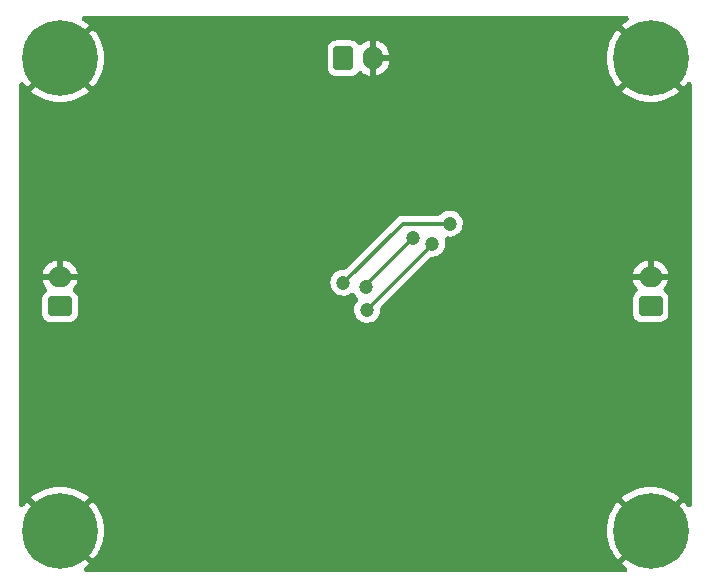
<source format=gbr>
%TF.GenerationSoftware,KiCad,Pcbnew,(6.0.11)*%
%TF.CreationDate,2023-02-16T17:23:01+01:00*%
%TF.ProjectId,microProc,6d696372-6f50-4726-9f63-2e6b69636164,rev?*%
%TF.SameCoordinates,Original*%
%TF.FileFunction,Copper,L2,Bot*%
%TF.FilePolarity,Positive*%
%FSLAX46Y46*%
G04 Gerber Fmt 4.6, Leading zero omitted, Abs format (unit mm)*
G04 Created by KiCad (PCBNEW (6.0.11)) date 2023-02-16 17:23:01*
%MOMM*%
%LPD*%
G01*
G04 APERTURE LIST*
G04 Aperture macros list*
%AMRoundRect*
0 Rectangle with rounded corners*
0 $1 Rounding radius*
0 $2 $3 $4 $5 $6 $7 $8 $9 X,Y pos of 4 corners*
0 Add a 4 corners polygon primitive as box body*
4,1,4,$2,$3,$4,$5,$6,$7,$8,$9,$2,$3,0*
0 Add four circle primitives for the rounded corners*
1,1,$1+$1,$2,$3*
1,1,$1+$1,$4,$5*
1,1,$1+$1,$6,$7*
1,1,$1+$1,$8,$9*
0 Add four rect primitives between the rounded corners*
20,1,$1+$1,$2,$3,$4,$5,0*
20,1,$1+$1,$4,$5,$6,$7,0*
20,1,$1+$1,$6,$7,$8,$9,0*
20,1,$1+$1,$8,$9,$2,$3,0*%
G04 Aperture macros list end*
%TA.AperFunction,ComponentPad*%
%ADD10C,6.400000*%
%TD*%
%TA.AperFunction,ComponentPad*%
%ADD11RoundRect,0.250000X0.750000X-0.600000X0.750000X0.600000X-0.750000X0.600000X-0.750000X-0.600000X0*%
%TD*%
%TA.AperFunction,ComponentPad*%
%ADD12O,2.000000X1.700000*%
%TD*%
%TA.AperFunction,ComponentPad*%
%ADD13RoundRect,0.250000X-0.600000X-0.750000X0.600000X-0.750000X0.600000X0.750000X-0.600000X0.750000X0*%
%TD*%
%TA.AperFunction,ComponentPad*%
%ADD14O,1.700000X2.000000*%
%TD*%
%TA.AperFunction,ViaPad*%
%ADD15C,1.200000*%
%TD*%
%TA.AperFunction,Conductor*%
%ADD16C,0.300000*%
%TD*%
G04 APERTURE END LIST*
D10*
%TO.P,H4,1,1*%
%TO.N,GND*%
X107000000Y-95000000D03*
%TD*%
%TO.P,H3,1,1*%
%TO.N,GND*%
X157000000Y-95000000D03*
%TD*%
%TO.P,H2,1,1*%
%TO.N,GND*%
X157000000Y-55000000D03*
%TD*%
%TO.P,H1,1,1*%
%TO.N,GND*%
X107000000Y-55000000D03*
%TD*%
D11*
%TO.P,J3,1,Pin_1*%
%TO.N,DAC_OUT*%
X157000000Y-76000000D03*
D12*
%TO.P,J3,2,Pin_2*%
%TO.N,GND*%
X157000000Y-73500000D03*
%TD*%
D11*
%TO.P,J2,1,Pin_1*%
%TO.N,ADC_IN1*%
X107000000Y-76000000D03*
D12*
%TO.P,J2,2,Pin_2*%
%TO.N,GND*%
X107000000Y-73500000D03*
%TD*%
D13*
%TO.P,J1,1,Pin_1*%
%TO.N,+5V*%
X131000000Y-55000000D03*
D14*
%TO.P,J1,2,Pin_2*%
%TO.N,GND*%
X133500000Y-55000000D03*
%TD*%
D15*
%TO.N,GND*%
X138450000Y-88850000D03*
X133500000Y-60000000D03*
X123000000Y-56500000D03*
X115000000Y-55000000D03*
X118500000Y-79000000D03*
X127500000Y-79500000D03*
X136500000Y-79500000D03*
X134000000Y-81500000D03*
X135500000Y-83000000D03*
X142000000Y-75000000D03*
X139000000Y-75000000D03*
X127000000Y-82000000D03*
X110000000Y-70000000D03*
X110000000Y-80000000D03*
X150000000Y-95000000D03*
X145000000Y-90000000D03*
X150000000Y-55000000D03*
X155000000Y-61000000D03*
X135000000Y-68000000D03*
X137000000Y-63000000D03*
X140000000Y-60000000D03*
X124000000Y-67000000D03*
X130000000Y-63000000D03*
X145000000Y-55000000D03*
X140000000Y-55000000D03*
X130000000Y-60000000D03*
X115000000Y-60000000D03*
X110000000Y-65000000D03*
X115000000Y-65000000D03*
X115000000Y-70000000D03*
X115000000Y-75000000D03*
X145000000Y-80000000D03*
X150000000Y-75000000D03*
X150000000Y-70000000D03*
X155000000Y-70000000D03*
X155000000Y-65000000D03*
X150000000Y-90000000D03*
X150000000Y-85000000D03*
X155000000Y-85000000D03*
X125000000Y-90000000D03*
X120000000Y-90000000D03*
X115000000Y-90000000D03*
X110000000Y-90000000D03*
X110000000Y-85000000D03*
X115000000Y-85000000D03*
X120000000Y-85000000D03*
X125000000Y-85000000D03*
X142400000Y-84300000D03*
X125900000Y-72800000D03*
X120000000Y-66800000D03*
X141300000Y-70700000D03*
X140200000Y-67000000D03*
%TO.N,NRST*%
X140000000Y-69000000D03*
X131000000Y-74000000D03*
%TO.N,USART2_RX*%
X132900000Y-74400000D03*
X136900000Y-70200000D03*
%TO.N,USART2_TX*%
X138500000Y-70700000D03*
X133000000Y-76300000D03*
%TD*%
D16*
%TO.N,NRST*%
X136000000Y-69000000D02*
X131000000Y-74000000D01*
X140000000Y-69000000D02*
X136000000Y-69000000D01*
%TO.N,USART2_RX*%
X132900000Y-74200000D02*
X136900000Y-70200000D01*
X132900000Y-74400000D02*
X132900000Y-74200000D01*
%TO.N,USART2_TX*%
X133000000Y-76300000D02*
X138500000Y-70800000D01*
X138500000Y-70800000D02*
X138500000Y-70700000D01*
%TD*%
%TA.AperFunction,Conductor*%
%TO.N,GND*%
G36*
X154993313Y-51416811D02*
G01*
X155074095Y-51470787D01*
X155128071Y-51551569D01*
X155147025Y-51646857D01*
X155128071Y-51742145D01*
X155074095Y-51822927D01*
X155033640Y-51855686D01*
X154822972Y-51992495D01*
X154812431Y-52000154D01*
X154581147Y-52187444D01*
X154567811Y-52203479D01*
X154573497Y-52214287D01*
X159779781Y-57420571D01*
X159797122Y-57432158D01*
X159807276Y-57425373D01*
X159999846Y-57187569D01*
X160007505Y-57177028D01*
X160041671Y-57124417D01*
X160109465Y-57054824D01*
X160198730Y-57016473D01*
X160295877Y-57015202D01*
X160386115Y-57051203D01*
X160455708Y-57118997D01*
X160494059Y-57208262D01*
X160499500Y-57260031D01*
X160499499Y-75004086D01*
X160499499Y-92739967D01*
X160480545Y-92835255D01*
X160426569Y-92916037D01*
X160345787Y-92970013D01*
X160250499Y-92988967D01*
X160155211Y-92970013D01*
X160074429Y-92916037D01*
X160041670Y-92875582D01*
X160007505Y-92822972D01*
X159999846Y-92812431D01*
X159812556Y-92581147D01*
X159796521Y-92567811D01*
X159785713Y-92573497D01*
X154579429Y-97779781D01*
X154567842Y-97797122D01*
X154574627Y-97807276D01*
X154812431Y-97999846D01*
X154822972Y-98007505D01*
X154913445Y-98066259D01*
X154983038Y-98134053D01*
X155021389Y-98223318D01*
X155022660Y-98320465D01*
X154986659Y-98410703D01*
X154918865Y-98480296D01*
X154829600Y-98518647D01*
X154777706Y-98524088D01*
X118770954Y-98505558D01*
X109258115Y-98500662D01*
X109162836Y-98481659D01*
X109082083Y-98427641D01*
X109028148Y-98346832D01*
X109009243Y-98251534D01*
X109028246Y-98156255D01*
X109082264Y-98075502D01*
X109122627Y-98042834D01*
X109177023Y-98007508D01*
X109187569Y-97999846D01*
X109418853Y-97812556D01*
X109432189Y-97796521D01*
X109426503Y-97785713D01*
X106640790Y-95000000D01*
X107364964Y-95000000D01*
X107376551Y-95017341D01*
X109779781Y-97420571D01*
X109797122Y-97432158D01*
X109807276Y-97425373D01*
X109999846Y-97187569D01*
X110007505Y-97177028D01*
X110212077Y-96862014D01*
X110218591Y-96850730D01*
X110389116Y-96516058D01*
X110394410Y-96504168D01*
X110529024Y-96153487D01*
X110533044Y-96141112D01*
X110630257Y-95778310D01*
X110632972Y-95765538D01*
X110691728Y-95394562D01*
X110693089Y-95381619D01*
X110712748Y-95006507D01*
X153287252Y-95006507D01*
X153306911Y-95381619D01*
X153308272Y-95394562D01*
X153367028Y-95765538D01*
X153369743Y-95778310D01*
X153466956Y-96141112D01*
X153470976Y-96153487D01*
X153605590Y-96504168D01*
X153610884Y-96516058D01*
X153781409Y-96850730D01*
X153787923Y-96862014D01*
X153992495Y-97177028D01*
X154000154Y-97187569D01*
X154187444Y-97418853D01*
X154203479Y-97432189D01*
X154214287Y-97426503D01*
X156623449Y-95017341D01*
X156635036Y-95000000D01*
X156623449Y-94982659D01*
X154220219Y-92579429D01*
X154202878Y-92567842D01*
X154192724Y-92574627D01*
X154000154Y-92812431D01*
X153992495Y-92822972D01*
X153787923Y-93137986D01*
X153781409Y-93149270D01*
X153610884Y-93483942D01*
X153605590Y-93495832D01*
X153470976Y-93846513D01*
X153466956Y-93858888D01*
X153369743Y-94221690D01*
X153367028Y-94234462D01*
X153308272Y-94605438D01*
X153306911Y-94618381D01*
X153287252Y-94993493D01*
X153287252Y-95006507D01*
X110712748Y-95006507D01*
X110712748Y-94993493D01*
X110693089Y-94618381D01*
X110691728Y-94605438D01*
X110632972Y-94234462D01*
X110630257Y-94221690D01*
X110533044Y-93858888D01*
X110529024Y-93846513D01*
X110394410Y-93495832D01*
X110389116Y-93483942D01*
X110218591Y-93149270D01*
X110212077Y-93137986D01*
X110007505Y-92822972D01*
X109999846Y-92812431D01*
X109812556Y-92581147D01*
X109796521Y-92567811D01*
X109785713Y-92573497D01*
X107376551Y-94982659D01*
X107364964Y-95000000D01*
X106640790Y-95000000D01*
X104220219Y-92579429D01*
X104202878Y-92567842D01*
X104192724Y-92574627D01*
X104000154Y-92812431D01*
X103992495Y-92822972D01*
X103958329Y-92875583D01*
X103890535Y-92945176D01*
X103801270Y-92983527D01*
X103704123Y-92984798D01*
X103613885Y-92948797D01*
X103544292Y-92881003D01*
X103505941Y-92791738D01*
X103500500Y-92739968D01*
X103500500Y-92203479D01*
X104567811Y-92203479D01*
X104573497Y-92214287D01*
X106982659Y-94623449D01*
X107000000Y-94635036D01*
X107017341Y-94623449D01*
X109420571Y-92220219D01*
X109431756Y-92203479D01*
X154567811Y-92203479D01*
X154573497Y-92214287D01*
X156982659Y-94623449D01*
X157000000Y-94635036D01*
X157017341Y-94623449D01*
X159420571Y-92220219D01*
X159432158Y-92202878D01*
X159425373Y-92192724D01*
X159187569Y-92000154D01*
X159177028Y-91992495D01*
X158862012Y-91787921D01*
X158850742Y-91781414D01*
X158516053Y-91610881D01*
X158504165Y-91605589D01*
X158153487Y-91470976D01*
X158141112Y-91466956D01*
X157778310Y-91369743D01*
X157765538Y-91367028D01*
X157394562Y-91308272D01*
X157381619Y-91306911D01*
X157006507Y-91287252D01*
X156993493Y-91287252D01*
X156618381Y-91306911D01*
X156605438Y-91308272D01*
X156234462Y-91367028D01*
X156221690Y-91369743D01*
X155858888Y-91466956D01*
X155846513Y-91470976D01*
X155495832Y-91605590D01*
X155483942Y-91610884D01*
X155149270Y-91781409D01*
X155137986Y-91787923D01*
X154822972Y-91992495D01*
X154812431Y-92000154D01*
X154581147Y-92187444D01*
X154567811Y-92203479D01*
X109431756Y-92203479D01*
X109432158Y-92202878D01*
X109425373Y-92192724D01*
X109187569Y-92000154D01*
X109177028Y-91992495D01*
X108862012Y-91787921D01*
X108850742Y-91781414D01*
X108516053Y-91610881D01*
X108504165Y-91605589D01*
X108153487Y-91470976D01*
X108141112Y-91466956D01*
X107778310Y-91369743D01*
X107765538Y-91367028D01*
X107394562Y-91308272D01*
X107381619Y-91306911D01*
X107006507Y-91287252D01*
X106993493Y-91287252D01*
X106618381Y-91306911D01*
X106605438Y-91308272D01*
X106234462Y-91367028D01*
X106221690Y-91369743D01*
X105858888Y-91466956D01*
X105846513Y-91470976D01*
X105495832Y-91605590D01*
X105483942Y-91610884D01*
X105149270Y-91781409D01*
X105137986Y-91787923D01*
X104822972Y-91992495D01*
X104812431Y-92000154D01*
X104581147Y-92187444D01*
X104567811Y-92203479D01*
X103500500Y-92203479D01*
X103500500Y-76649866D01*
X105499500Y-76649866D01*
X105500164Y-76656262D01*
X105500164Y-76656269D01*
X105508719Y-76738718D01*
X105510359Y-76754519D01*
X105514667Y-76767432D01*
X105514668Y-76767436D01*
X105560762Y-76905597D01*
X105565744Y-76920529D01*
X105573354Y-76932826D01*
X105573355Y-76932829D01*
X105620159Y-77008463D01*
X105657834Y-77069345D01*
X105668070Y-77079563D01*
X105753907Y-77165250D01*
X105781689Y-77192984D01*
X105794003Y-77200574D01*
X105794005Y-77200576D01*
X105908713Y-77271282D01*
X105930666Y-77284814D01*
X106005585Y-77309664D01*
X106083864Y-77335629D01*
X106083868Y-77335630D01*
X106096772Y-77339910D01*
X106110300Y-77341296D01*
X106193815Y-77349853D01*
X106193823Y-77349853D01*
X106200134Y-77350500D01*
X107799866Y-77350500D01*
X107806262Y-77349836D01*
X107806269Y-77349836D01*
X107890971Y-77341047D01*
X107890973Y-77341047D01*
X107904519Y-77339641D01*
X107917432Y-77335333D01*
X107917436Y-77335332D01*
X108056810Y-77288833D01*
X108070529Y-77284256D01*
X108082826Y-77276646D01*
X108082829Y-77276645D01*
X108200971Y-77203536D01*
X108219345Y-77192166D01*
X108342984Y-77068311D01*
X108434814Y-76919334D01*
X108461815Y-76837931D01*
X108485629Y-76766136D01*
X108485630Y-76766132D01*
X108489910Y-76753228D01*
X108500500Y-76649866D01*
X108500500Y-75350134D01*
X108489641Y-75245481D01*
X108481418Y-75220831D01*
X108438833Y-75093190D01*
X108434256Y-75079471D01*
X108416714Y-75051122D01*
X108349776Y-74942953D01*
X108342166Y-74930655D01*
X108218311Y-74807016D01*
X108205995Y-74799424D01*
X108194644Y-74790460D01*
X108195501Y-74789374D01*
X108135779Y-74733874D01*
X108095338Y-74645536D01*
X108091781Y-74548446D01*
X108125649Y-74457385D01*
X108156833Y-74418877D01*
X108156142Y-74418266D01*
X108177058Y-74394625D01*
X108302033Y-74226652D01*
X108313106Y-74208794D01*
X108407996Y-74022159D01*
X108415901Y-74002691D01*
X108425720Y-73971069D01*
X129895164Y-73971069D01*
X129908392Y-74172894D01*
X129958178Y-74368928D01*
X130042856Y-74552607D01*
X130049442Y-74561926D01*
X130152634Y-74707940D01*
X130159588Y-74717780D01*
X130304466Y-74858913D01*
X130313945Y-74865246D01*
X130313949Y-74865250D01*
X130411835Y-74930655D01*
X130472637Y-74971282D01*
X130483119Y-74975786D01*
X130483122Y-74975787D01*
X130570518Y-75013335D01*
X130658470Y-75051122D01*
X130762572Y-75074678D01*
X130844602Y-75093240D01*
X130844605Y-75093240D01*
X130855740Y-75095760D01*
X130956791Y-75099730D01*
X131046431Y-75103252D01*
X131046434Y-75103252D01*
X131057842Y-75103700D01*
X131258007Y-75074678D01*
X131353769Y-75042171D01*
X131438718Y-75013335D01*
X131438722Y-75013333D01*
X131449531Y-75009664D01*
X131459489Y-75004087D01*
X131459492Y-75004086D01*
X131616044Y-74916413D01*
X131626001Y-74910837D01*
X131626562Y-74911839D01*
X131705523Y-74877915D01*
X131802670Y-74876644D01*
X131892908Y-74912646D01*
X131960636Y-74977766D01*
X132052999Y-75108458D01*
X132053004Y-75108464D01*
X132059588Y-75117780D01*
X132165375Y-75220833D01*
X132220403Y-75300898D01*
X132240604Y-75395930D01*
X132222899Y-75491459D01*
X132187169Y-75553345D01*
X132080157Y-75689090D01*
X132080153Y-75689097D01*
X132073089Y-75698057D01*
X131978914Y-75877053D01*
X131918937Y-76070213D01*
X131917595Y-76081555D01*
X131898060Y-76246605D01*
X131895164Y-76271069D01*
X131908392Y-76472894D01*
X131911202Y-76483958D01*
X131954942Y-76656185D01*
X131958178Y-76668928D01*
X132042856Y-76852607D01*
X132049442Y-76861926D01*
X132098721Y-76931654D01*
X132159588Y-77017780D01*
X132167760Y-77025740D01*
X132167761Y-77025742D01*
X132223010Y-77079563D01*
X132304466Y-77158913D01*
X132313945Y-77165246D01*
X132313949Y-77165250D01*
X132382175Y-77210837D01*
X132472637Y-77271282D01*
X132483119Y-77275786D01*
X132483122Y-77275787D01*
X132570518Y-77313335D01*
X132658470Y-77351122D01*
X132762572Y-77374678D01*
X132844602Y-77393240D01*
X132844605Y-77393240D01*
X132855740Y-77395760D01*
X132956791Y-77399730D01*
X133046431Y-77403252D01*
X133046434Y-77403252D01*
X133057842Y-77403700D01*
X133258007Y-77374678D01*
X133373916Y-77335332D01*
X133438718Y-77313335D01*
X133438722Y-77313333D01*
X133449531Y-77309664D01*
X133459489Y-77304087D01*
X133459492Y-77304086D01*
X133616040Y-77216416D01*
X133616045Y-77216413D01*
X133626001Y-77210837D01*
X133634777Y-77203538D01*
X133634780Y-77203536D01*
X133772723Y-77088809D01*
X133781505Y-77081505D01*
X133910837Y-76926001D01*
X133916413Y-76916045D01*
X133916416Y-76916040D01*
X134004086Y-76759492D01*
X134004087Y-76759489D01*
X134009664Y-76749531D01*
X134033507Y-76679294D01*
X134043496Y-76649866D01*
X155499500Y-76649866D01*
X155500164Y-76656262D01*
X155500164Y-76656269D01*
X155508719Y-76738718D01*
X155510359Y-76754519D01*
X155514667Y-76767432D01*
X155514668Y-76767436D01*
X155560762Y-76905597D01*
X155565744Y-76920529D01*
X155573354Y-76932826D01*
X155573355Y-76932829D01*
X155620159Y-77008463D01*
X155657834Y-77069345D01*
X155668070Y-77079563D01*
X155753907Y-77165250D01*
X155781689Y-77192984D01*
X155794003Y-77200574D01*
X155794005Y-77200576D01*
X155908713Y-77271282D01*
X155930666Y-77284814D01*
X156005585Y-77309664D01*
X156083864Y-77335629D01*
X156083868Y-77335630D01*
X156096772Y-77339910D01*
X156110300Y-77341296D01*
X156193815Y-77349853D01*
X156193823Y-77349853D01*
X156200134Y-77350500D01*
X157799866Y-77350500D01*
X157806262Y-77349836D01*
X157806269Y-77349836D01*
X157890971Y-77341047D01*
X157890973Y-77341047D01*
X157904519Y-77339641D01*
X157917432Y-77335333D01*
X157917436Y-77335332D01*
X158056810Y-77288833D01*
X158070529Y-77284256D01*
X158082826Y-77276646D01*
X158082829Y-77276645D01*
X158200971Y-77203536D01*
X158219345Y-77192166D01*
X158342984Y-77068311D01*
X158434814Y-76919334D01*
X158461815Y-76837931D01*
X158485629Y-76766136D01*
X158485630Y-76766132D01*
X158489910Y-76753228D01*
X158500500Y-76649866D01*
X158500500Y-75350134D01*
X158489641Y-75245481D01*
X158481418Y-75220831D01*
X158438833Y-75093190D01*
X158434256Y-75079471D01*
X158416714Y-75051122D01*
X158349776Y-74942953D01*
X158342166Y-74930655D01*
X158218311Y-74807016D01*
X158205995Y-74799424D01*
X158194644Y-74790460D01*
X158195501Y-74789374D01*
X158135779Y-74733874D01*
X158095338Y-74645536D01*
X158091781Y-74548446D01*
X158125649Y-74457385D01*
X158156833Y-74418877D01*
X158156142Y-74418266D01*
X158177058Y-74394625D01*
X158302033Y-74226652D01*
X158313106Y-74208794D01*
X158407996Y-74022159D01*
X158415901Y-74002691D01*
X158477991Y-73802731D01*
X158482501Y-73782216D01*
X158483019Y-73778312D01*
X158481673Y-73757499D01*
X158471393Y-73754000D01*
X155540220Y-73754000D01*
X155519762Y-73758069D01*
X155518244Y-73765701D01*
X155518338Y-73766608D01*
X155542408Y-73881325D01*
X155548450Y-73901461D01*
X155625352Y-74096192D01*
X155634693Y-74115009D01*
X155743312Y-74294006D01*
X155755695Y-74310988D01*
X155853173Y-74423321D01*
X155901310Y-74507713D01*
X155913486Y-74604102D01*
X155887850Y-74697814D01*
X155828303Y-74774581D01*
X155796142Y-74798250D01*
X155792954Y-74800223D01*
X155780655Y-74807834D01*
X155657016Y-74931689D01*
X155649426Y-74944003D01*
X155649424Y-74944005D01*
X155583397Y-75051122D01*
X155565186Y-75080666D01*
X155557546Y-75103700D01*
X155514803Y-75232564D01*
X155510090Y-75246772D01*
X155499500Y-75350134D01*
X155499500Y-76649866D01*
X134043496Y-76649866D01*
X134071007Y-76568820D01*
X134074678Y-76558007D01*
X134103700Y-76357842D01*
X134105215Y-76300000D01*
X134100308Y-76246601D01*
X134110464Y-76149982D01*
X134156823Y-76064601D01*
X134172194Y-76047752D01*
X136998258Y-73221688D01*
X155516981Y-73221688D01*
X155518327Y-73242501D01*
X155528607Y-73246000D01*
X156721473Y-73246000D01*
X156741931Y-73241931D01*
X156746000Y-73221473D01*
X157254000Y-73221473D01*
X157258069Y-73241931D01*
X157278527Y-73246000D01*
X158459780Y-73246000D01*
X158480238Y-73241931D01*
X158481756Y-73234299D01*
X158481662Y-73233392D01*
X158457592Y-73118675D01*
X158451550Y-73098539D01*
X158374648Y-72903808D01*
X158365307Y-72884991D01*
X158256688Y-72705994D01*
X158244305Y-72689012D01*
X158107085Y-72530881D01*
X158092015Y-72516226D01*
X157930117Y-72383477D01*
X157912797Y-72371573D01*
X157730844Y-72268000D01*
X157711761Y-72259182D01*
X157514950Y-72187744D01*
X157494672Y-72182272D01*
X157286333Y-72144599D01*
X157273046Y-72143090D01*
X157258069Y-72146069D01*
X157254000Y-72166527D01*
X157254000Y-73221473D01*
X156746000Y-73221473D01*
X156746000Y-72170442D01*
X156741931Y-72149984D01*
X156728807Y-72147374D01*
X156630864Y-72155684D01*
X156610158Y-72159224D01*
X156407508Y-72211821D01*
X156387679Y-72218803D01*
X156196781Y-72304797D01*
X156178420Y-72315017D01*
X156004749Y-72431939D01*
X155988360Y-72445116D01*
X155836877Y-72589624D01*
X155822942Y-72605375D01*
X155697967Y-72773348D01*
X155686894Y-72791206D01*
X155592004Y-72977841D01*
X155584099Y-72997309D01*
X155522009Y-73197269D01*
X155517499Y-73217784D01*
X155516981Y-73221688D01*
X136998258Y-73221688D01*
X138344585Y-71875361D01*
X138425367Y-71821385D01*
X138520655Y-71802431D01*
X138530431Y-71802623D01*
X138546431Y-71803252D01*
X138546435Y-71803252D01*
X138557842Y-71803700D01*
X138758007Y-71774678D01*
X138853769Y-71742171D01*
X138938718Y-71713335D01*
X138938722Y-71713333D01*
X138949531Y-71709664D01*
X138959489Y-71704087D01*
X138959492Y-71704086D01*
X139116040Y-71616416D01*
X139116045Y-71616413D01*
X139126001Y-71610837D01*
X139134777Y-71603538D01*
X139134780Y-71603536D01*
X139272723Y-71488809D01*
X139281505Y-71481505D01*
X139410837Y-71326001D01*
X139416413Y-71316045D01*
X139416416Y-71316040D01*
X139504086Y-71159492D01*
X139504087Y-71159489D01*
X139509664Y-71149531D01*
X139574678Y-70958007D01*
X139603700Y-70757842D01*
X139605215Y-70700000D01*
X139586708Y-70498591D01*
X139560620Y-70406089D01*
X139552998Y-70309236D01*
X139583021Y-70216836D01*
X139646118Y-70142959D01*
X139732684Y-70098852D01*
X139829540Y-70091230D01*
X139833271Y-70091870D01*
X139833287Y-70091750D01*
X139844600Y-70093239D01*
X139855740Y-70095760D01*
X139956791Y-70099730D01*
X140046431Y-70103252D01*
X140046434Y-70103252D01*
X140057842Y-70103700D01*
X140258007Y-70074678D01*
X140353769Y-70042171D01*
X140438718Y-70013335D01*
X140438722Y-70013333D01*
X140449531Y-70009664D01*
X140459489Y-70004087D01*
X140459492Y-70004086D01*
X140616040Y-69916416D01*
X140616045Y-69916413D01*
X140626001Y-69910837D01*
X140634777Y-69903538D01*
X140634780Y-69903536D01*
X140772723Y-69788809D01*
X140781505Y-69781505D01*
X140834505Y-69717780D01*
X140903536Y-69634780D01*
X140903538Y-69634777D01*
X140910837Y-69626001D01*
X140916413Y-69616045D01*
X140916416Y-69616040D01*
X141004086Y-69459492D01*
X141004087Y-69459489D01*
X141009664Y-69449531D01*
X141074678Y-69258007D01*
X141103700Y-69057842D01*
X141105215Y-69000000D01*
X141086708Y-68798591D01*
X141031807Y-68603926D01*
X140942351Y-68422527D01*
X140821335Y-68260467D01*
X140672812Y-68123174D01*
X140657307Y-68113391D01*
X140511413Y-68021338D01*
X140511409Y-68021336D01*
X140501757Y-68015246D01*
X140313898Y-67940298D01*
X140115526Y-67900839D01*
X139991877Y-67899221D01*
X139924691Y-67898341D01*
X139924688Y-67898341D01*
X139913286Y-67898192D01*
X139902050Y-67900123D01*
X139902046Y-67900123D01*
X139725192Y-67930512D01*
X139725191Y-67930512D01*
X139713949Y-67932444D01*
X139524193Y-68002449D01*
X139350371Y-68105862D01*
X139198305Y-68239220D01*
X139191237Y-68248186D01*
X139191234Y-68248189D01*
X139186138Y-68254653D01*
X139112261Y-68317751D01*
X139019862Y-68347774D01*
X138990593Y-68349500D01*
X136076493Y-68349500D01*
X136070564Y-68349220D01*
X136061704Y-68347240D01*
X136024948Y-68348395D01*
X135993697Y-68349377D01*
X135985876Y-68349500D01*
X135959075Y-68349500D01*
X135951329Y-68350478D01*
X135947945Y-68350691D01*
X135940146Y-68351059D01*
X135920593Y-68351674D01*
X135897431Y-68352402D01*
X135882383Y-68356774D01*
X135875355Y-68357887D01*
X135859388Y-68361193D01*
X135852485Y-68362965D01*
X135836942Y-68364929D01*
X135799970Y-68379567D01*
X135777786Y-68387162D01*
X135766940Y-68390313D01*
X135739602Y-68398256D01*
X135726118Y-68406230D01*
X135719574Y-68409062D01*
X135704940Y-68416231D01*
X135698691Y-68419666D01*
X135684129Y-68425432D01*
X135671459Y-68434637D01*
X135671456Y-68434639D01*
X135651963Y-68448802D01*
X135632362Y-68461677D01*
X135598135Y-68481919D01*
X135587057Y-68492997D01*
X135581431Y-68497361D01*
X135569052Y-68507933D01*
X135563843Y-68512825D01*
X135551163Y-68522037D01*
X135541176Y-68534109D01*
X135541173Y-68534112D01*
X135525827Y-68552663D01*
X135510039Y-68570015D01*
X131252676Y-72827378D01*
X131171894Y-72881354D01*
X131073347Y-72900287D01*
X131048054Y-72899956D01*
X130924691Y-72898341D01*
X130924688Y-72898341D01*
X130913286Y-72898192D01*
X130902050Y-72900123D01*
X130902046Y-72900123D01*
X130725192Y-72930512D01*
X130725191Y-72930512D01*
X130713949Y-72932444D01*
X130524193Y-73002449D01*
X130350371Y-73105862D01*
X130341786Y-73113391D01*
X130218542Y-73221473D01*
X130198305Y-73239220D01*
X130191240Y-73248181D01*
X130191238Y-73248184D01*
X130151117Y-73299078D01*
X130073089Y-73398057D01*
X129978914Y-73577053D01*
X129975528Y-73587959D01*
X129922708Y-73758069D01*
X129918937Y-73770213D01*
X129895164Y-73971069D01*
X108425720Y-73971069D01*
X108477991Y-73802731D01*
X108482501Y-73782216D01*
X108483019Y-73778312D01*
X108481673Y-73757499D01*
X108471393Y-73754000D01*
X105540220Y-73754000D01*
X105519762Y-73758069D01*
X105518244Y-73765701D01*
X105518338Y-73766608D01*
X105542408Y-73881325D01*
X105548450Y-73901461D01*
X105625352Y-74096192D01*
X105634693Y-74115009D01*
X105743312Y-74294006D01*
X105755695Y-74310988D01*
X105853173Y-74423321D01*
X105901310Y-74507713D01*
X105913486Y-74604102D01*
X105887850Y-74697814D01*
X105828303Y-74774581D01*
X105796142Y-74798250D01*
X105792954Y-74800223D01*
X105780655Y-74807834D01*
X105657016Y-74931689D01*
X105649426Y-74944003D01*
X105649424Y-74944005D01*
X105583397Y-75051122D01*
X105565186Y-75080666D01*
X105557546Y-75103700D01*
X105514803Y-75232564D01*
X105510090Y-75246772D01*
X105499500Y-75350134D01*
X105499500Y-76649866D01*
X103500500Y-76649866D01*
X103500500Y-73221688D01*
X105516981Y-73221688D01*
X105518327Y-73242501D01*
X105528607Y-73246000D01*
X106721473Y-73246000D01*
X106741931Y-73241931D01*
X106746000Y-73221473D01*
X107254000Y-73221473D01*
X107258069Y-73241931D01*
X107278527Y-73246000D01*
X108459780Y-73246000D01*
X108480238Y-73241931D01*
X108481756Y-73234299D01*
X108481662Y-73233392D01*
X108457592Y-73118675D01*
X108451550Y-73098539D01*
X108374648Y-72903808D01*
X108365307Y-72884991D01*
X108256688Y-72705994D01*
X108244305Y-72689012D01*
X108107085Y-72530881D01*
X108092015Y-72516226D01*
X107930117Y-72383477D01*
X107912797Y-72371573D01*
X107730844Y-72268000D01*
X107711761Y-72259182D01*
X107514950Y-72187744D01*
X107494672Y-72182272D01*
X107286333Y-72144599D01*
X107273046Y-72143090D01*
X107258069Y-72146069D01*
X107254000Y-72166527D01*
X107254000Y-73221473D01*
X106746000Y-73221473D01*
X106746000Y-72170442D01*
X106741931Y-72149984D01*
X106728807Y-72147374D01*
X106630864Y-72155684D01*
X106610158Y-72159224D01*
X106407508Y-72211821D01*
X106387679Y-72218803D01*
X106196781Y-72304797D01*
X106178420Y-72315017D01*
X106004749Y-72431939D01*
X105988360Y-72445116D01*
X105836877Y-72589624D01*
X105822942Y-72605375D01*
X105697967Y-72773348D01*
X105686894Y-72791206D01*
X105592004Y-72977841D01*
X105584099Y-72997309D01*
X105522009Y-73197269D01*
X105517499Y-73217784D01*
X105516981Y-73221688D01*
X103500500Y-73221688D01*
X103500500Y-57797122D01*
X104567842Y-57797122D01*
X104574627Y-57807276D01*
X104812431Y-57999846D01*
X104822972Y-58007505D01*
X105137988Y-58212079D01*
X105149258Y-58218586D01*
X105483947Y-58389119D01*
X105495835Y-58394411D01*
X105846513Y-58529024D01*
X105858888Y-58533044D01*
X106221690Y-58630257D01*
X106234462Y-58632972D01*
X106605438Y-58691728D01*
X106618381Y-58693089D01*
X106993493Y-58712748D01*
X107006507Y-58712748D01*
X107381619Y-58693089D01*
X107394562Y-58691728D01*
X107765538Y-58632972D01*
X107778310Y-58630257D01*
X108141112Y-58533044D01*
X108153487Y-58529024D01*
X108504165Y-58394411D01*
X108516053Y-58389119D01*
X108850742Y-58218586D01*
X108862012Y-58212079D01*
X109177028Y-58007505D01*
X109187569Y-57999846D01*
X109418853Y-57812556D01*
X109431689Y-57797122D01*
X154567842Y-57797122D01*
X154574627Y-57807276D01*
X154812431Y-57999846D01*
X154822972Y-58007505D01*
X155137988Y-58212079D01*
X155149258Y-58218586D01*
X155483947Y-58389119D01*
X155495835Y-58394411D01*
X155846513Y-58529024D01*
X155858888Y-58533044D01*
X156221690Y-58630257D01*
X156234462Y-58632972D01*
X156605438Y-58691728D01*
X156618381Y-58693089D01*
X156993493Y-58712748D01*
X157006507Y-58712748D01*
X157381619Y-58693089D01*
X157394562Y-58691728D01*
X157765538Y-58632972D01*
X157778310Y-58630257D01*
X158141112Y-58533044D01*
X158153487Y-58529024D01*
X158504165Y-58394411D01*
X158516053Y-58389119D01*
X158850742Y-58218586D01*
X158862012Y-58212079D01*
X159177028Y-58007505D01*
X159187569Y-57999846D01*
X159418853Y-57812556D01*
X159432189Y-57796521D01*
X159426503Y-57785713D01*
X157017341Y-55376551D01*
X157000000Y-55364964D01*
X156982659Y-55376551D01*
X154579429Y-57779781D01*
X154567842Y-57797122D01*
X109431689Y-57797122D01*
X109432189Y-57796521D01*
X109426503Y-57785713D01*
X107017341Y-55376551D01*
X107000000Y-55364964D01*
X106982659Y-55376551D01*
X104579429Y-57779781D01*
X104567842Y-57797122D01*
X103500500Y-57797122D01*
X103500500Y-57260032D01*
X103519454Y-57164744D01*
X103573430Y-57083962D01*
X103654212Y-57029986D01*
X103749500Y-57011032D01*
X103844788Y-57029986D01*
X103925570Y-57083962D01*
X103958329Y-57124417D01*
X103992495Y-57177028D01*
X104000154Y-57187569D01*
X104187444Y-57418853D01*
X104203479Y-57432189D01*
X104214287Y-57426503D01*
X106640790Y-55000000D01*
X107364964Y-55000000D01*
X107376551Y-55017341D01*
X109779781Y-57420571D01*
X109797122Y-57432158D01*
X109807276Y-57425373D01*
X109999846Y-57187569D01*
X110007505Y-57177028D01*
X110212077Y-56862014D01*
X110218591Y-56850730D01*
X110389116Y-56516058D01*
X110394410Y-56504168D01*
X110529024Y-56153487D01*
X110533044Y-56141112D01*
X110624481Y-55799866D01*
X129649500Y-55799866D01*
X129660359Y-55904519D01*
X129715744Y-56070529D01*
X129723354Y-56082826D01*
X129723355Y-56082829D01*
X129749853Y-56125649D01*
X129807834Y-56219345D01*
X129931689Y-56342984D01*
X129944003Y-56350574D01*
X129944005Y-56350576D01*
X130037159Y-56407996D01*
X130080666Y-56434814D01*
X130149338Y-56457592D01*
X130233864Y-56485629D01*
X130233868Y-56485630D01*
X130246772Y-56489910D01*
X130260300Y-56491296D01*
X130343815Y-56499853D01*
X130343823Y-56499853D01*
X130350134Y-56500500D01*
X131649866Y-56500500D01*
X131656262Y-56499836D01*
X131656269Y-56499836D01*
X131740971Y-56491047D01*
X131740973Y-56491047D01*
X131754519Y-56489641D01*
X131767432Y-56485333D01*
X131767436Y-56485332D01*
X131906810Y-56438833D01*
X131920529Y-56434256D01*
X131932826Y-56426646D01*
X131932829Y-56426645D01*
X132016855Y-56374648D01*
X132069345Y-56342166D01*
X132192984Y-56218311D01*
X132200576Y-56205995D01*
X132209540Y-56194644D01*
X132210626Y-56195501D01*
X132266126Y-56135779D01*
X132354464Y-56095338D01*
X132451554Y-56091781D01*
X132542615Y-56125649D01*
X132581123Y-56156833D01*
X132581734Y-56156142D01*
X132605375Y-56177058D01*
X132773348Y-56302033D01*
X132791206Y-56313106D01*
X132977841Y-56407996D01*
X132997309Y-56415901D01*
X133197269Y-56477991D01*
X133217784Y-56482501D01*
X133221688Y-56483019D01*
X133242501Y-56481673D01*
X133246000Y-56471393D01*
X133246000Y-56459780D01*
X133754000Y-56459780D01*
X133758069Y-56480238D01*
X133765701Y-56481756D01*
X133766608Y-56481662D01*
X133881325Y-56457592D01*
X133901461Y-56451550D01*
X134096192Y-56374648D01*
X134115009Y-56365307D01*
X134294006Y-56256688D01*
X134310988Y-56244305D01*
X134469119Y-56107085D01*
X134483774Y-56092015D01*
X134616523Y-55930117D01*
X134628427Y-55912797D01*
X134732000Y-55730844D01*
X134740818Y-55711761D01*
X134812256Y-55514950D01*
X134817728Y-55494672D01*
X134855401Y-55286333D01*
X134856910Y-55273046D01*
X134853931Y-55258069D01*
X134833473Y-55254000D01*
X133778527Y-55254000D01*
X133758069Y-55258069D01*
X133754000Y-55278527D01*
X133754000Y-56459780D01*
X133246000Y-56459780D01*
X133246000Y-55006507D01*
X153287252Y-55006507D01*
X153306911Y-55381619D01*
X153308272Y-55394562D01*
X153367028Y-55765538D01*
X153369743Y-55778310D01*
X153466956Y-56141112D01*
X153470976Y-56153487D01*
X153605590Y-56504168D01*
X153610884Y-56516058D01*
X153781409Y-56850730D01*
X153787923Y-56862014D01*
X153992495Y-57177028D01*
X154000154Y-57187569D01*
X154187444Y-57418853D01*
X154203479Y-57432189D01*
X154214287Y-57426503D01*
X156623449Y-55017341D01*
X156635036Y-55000000D01*
X156623449Y-54982659D01*
X154220219Y-52579429D01*
X154202878Y-52567842D01*
X154192724Y-52574627D01*
X154000154Y-52812431D01*
X153992495Y-52822972D01*
X153787923Y-53137986D01*
X153781409Y-53149270D01*
X153610884Y-53483942D01*
X153605590Y-53495832D01*
X153470976Y-53846513D01*
X153466956Y-53858888D01*
X153369743Y-54221690D01*
X153367028Y-54234462D01*
X153308272Y-54605438D01*
X153306911Y-54618381D01*
X153287252Y-54993493D01*
X153287252Y-55006507D01*
X133246000Y-55006507D01*
X133246000Y-54721473D01*
X133754000Y-54721473D01*
X133758069Y-54741931D01*
X133778527Y-54746000D01*
X134829558Y-54746000D01*
X134850016Y-54741931D01*
X134852626Y-54728807D01*
X134844316Y-54630864D01*
X134840776Y-54610158D01*
X134788179Y-54407508D01*
X134781197Y-54387679D01*
X134695203Y-54196781D01*
X134684983Y-54178420D01*
X134568061Y-54004749D01*
X134554884Y-53988360D01*
X134410376Y-53836877D01*
X134394625Y-53822942D01*
X134226652Y-53697967D01*
X134208794Y-53686894D01*
X134022159Y-53592004D01*
X134002691Y-53584099D01*
X133802731Y-53522009D01*
X133782216Y-53517499D01*
X133778312Y-53516981D01*
X133757499Y-53518327D01*
X133754000Y-53528607D01*
X133754000Y-54721473D01*
X133246000Y-54721473D01*
X133246000Y-53540220D01*
X133241931Y-53519762D01*
X133234299Y-53518244D01*
X133233392Y-53518338D01*
X133118675Y-53542408D01*
X133098539Y-53548450D01*
X132903808Y-53625352D01*
X132884991Y-53634693D01*
X132705994Y-53743312D01*
X132689012Y-53755695D01*
X132576679Y-53853173D01*
X132492287Y-53901310D01*
X132395898Y-53913486D01*
X132302186Y-53887850D01*
X132225419Y-53828303D01*
X132201750Y-53796142D01*
X132199777Y-53792954D01*
X132199776Y-53792953D01*
X132192166Y-53780655D01*
X132068311Y-53657016D01*
X132055997Y-53649426D01*
X132055995Y-53649424D01*
X131931654Y-53572780D01*
X131931653Y-53572780D01*
X131919334Y-53565186D01*
X131809054Y-53528607D01*
X131766136Y-53514371D01*
X131766132Y-53514370D01*
X131753228Y-53510090D01*
X131736366Y-53508362D01*
X131656185Y-53500147D01*
X131656177Y-53500147D01*
X131649866Y-53499500D01*
X130350134Y-53499500D01*
X130343738Y-53500164D01*
X130343731Y-53500164D01*
X130259029Y-53508953D01*
X130259027Y-53508953D01*
X130245481Y-53510359D01*
X130232568Y-53514667D01*
X130232564Y-53514668D01*
X130094800Y-53560630D01*
X130079471Y-53565744D01*
X130067174Y-53573354D01*
X130067171Y-53573355D01*
X129990760Y-53620640D01*
X129930655Y-53657834D01*
X129807016Y-53781689D01*
X129799426Y-53794003D01*
X129799424Y-53794005D01*
X129778283Y-53828303D01*
X129715186Y-53930666D01*
X129660090Y-54096772D01*
X129658704Y-54110300D01*
X129651725Y-54178420D01*
X129649500Y-54200134D01*
X129649500Y-55799866D01*
X110624481Y-55799866D01*
X110630257Y-55778310D01*
X110632972Y-55765538D01*
X110691728Y-55394562D01*
X110693089Y-55381619D01*
X110712748Y-55006507D01*
X110712748Y-54993493D01*
X110693089Y-54618381D01*
X110691728Y-54605438D01*
X110632972Y-54234462D01*
X110630257Y-54221690D01*
X110533044Y-53858888D01*
X110529024Y-53846513D01*
X110394410Y-53495832D01*
X110389116Y-53483942D01*
X110218591Y-53149270D01*
X110212077Y-53137986D01*
X110007505Y-52822972D01*
X109999846Y-52812431D01*
X109812556Y-52581147D01*
X109796521Y-52567811D01*
X109785713Y-52573497D01*
X107376551Y-54982659D01*
X107364964Y-55000000D01*
X106640790Y-55000000D01*
X109420571Y-52220219D01*
X109432158Y-52202878D01*
X109425373Y-52192724D01*
X109187569Y-52000154D01*
X109177028Y-51992495D01*
X108966360Y-51855686D01*
X108896768Y-51787892D01*
X108858416Y-51698627D01*
X108857144Y-51601481D01*
X108893146Y-51511242D01*
X108960940Y-51441650D01*
X109050205Y-51403298D01*
X109101975Y-51397857D01*
X154898025Y-51397857D01*
X154993313Y-51416811D01*
G37*
%TD.AperFunction*%
%TD*%
M02*

</source>
